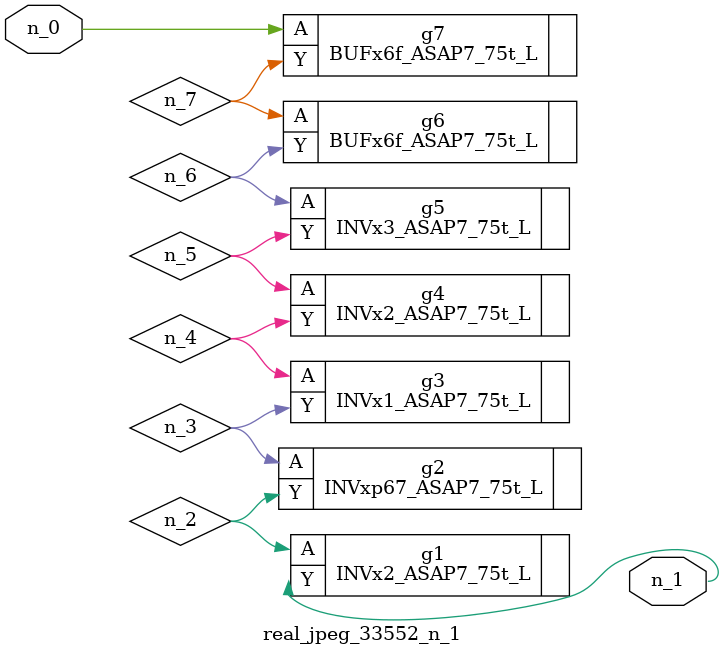
<source format=v>
module real_jpeg_33552_n_1 (n_0, n_1);

input n_0;

output n_1;

wire n_5;
wire n_4;
wire n_2;
wire n_6;
wire n_7;
wire n_3;

BUFx6f_ASAP7_75t_L g7 ( 
.A(n_0),
.Y(n_7)
);

INVx2_ASAP7_75t_L g1 ( 
.A(n_2),
.Y(n_1)
);

INVxp67_ASAP7_75t_L g2 ( 
.A(n_3),
.Y(n_2)
);

INVx1_ASAP7_75t_L g3 ( 
.A(n_4),
.Y(n_3)
);

INVx2_ASAP7_75t_L g4 ( 
.A(n_5),
.Y(n_4)
);

INVx3_ASAP7_75t_L g5 ( 
.A(n_6),
.Y(n_5)
);

BUFx6f_ASAP7_75t_L g6 ( 
.A(n_7),
.Y(n_6)
);


endmodule
</source>
